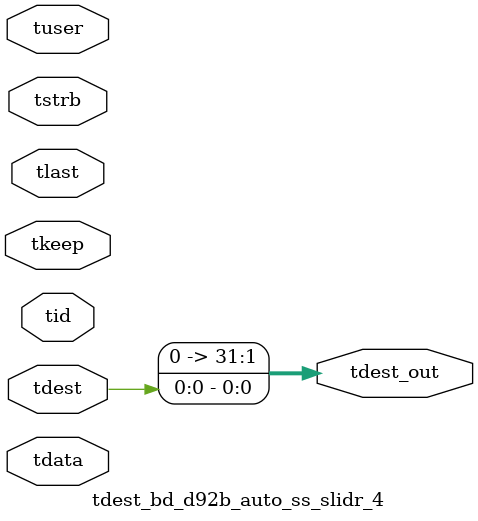
<source format=v>


`timescale 1ps/1ps

module tdest_bd_d92b_auto_ss_slidr_4 #
(
parameter C_S_AXIS_TDATA_WIDTH = 32,
parameter C_S_AXIS_TUSER_WIDTH = 0,
parameter C_S_AXIS_TID_WIDTH   = 0,
parameter C_S_AXIS_TDEST_WIDTH = 0,
parameter C_M_AXIS_TDEST_WIDTH = 32
)
(
input  [(C_S_AXIS_TDATA_WIDTH == 0 ? 1 : C_S_AXIS_TDATA_WIDTH)-1:0     ] tdata,
input  [(C_S_AXIS_TUSER_WIDTH == 0 ? 1 : C_S_AXIS_TUSER_WIDTH)-1:0     ] tuser,
input  [(C_S_AXIS_TID_WIDTH   == 0 ? 1 : C_S_AXIS_TID_WIDTH)-1:0       ] tid,
input  [(C_S_AXIS_TDEST_WIDTH == 0 ? 1 : C_S_AXIS_TDEST_WIDTH)-1:0     ] tdest,
input  [(C_S_AXIS_TDATA_WIDTH/8)-1:0 ] tkeep,
input  [(C_S_AXIS_TDATA_WIDTH/8)-1:0 ] tstrb,
input                                                                    tlast,
output [C_M_AXIS_TDEST_WIDTH-1:0] tdest_out
);

assign tdest_out = {tdest[0:0]};

endmodule


</source>
